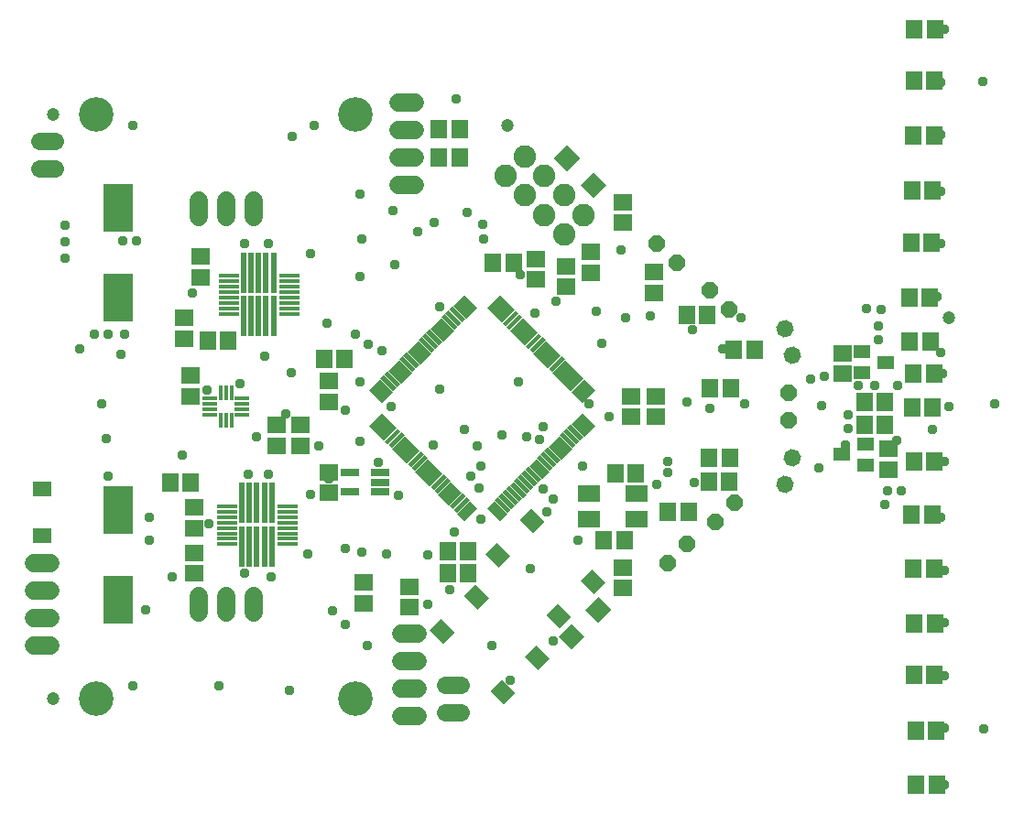
<source format=gbr>
G04 EAGLE Gerber RS-274X export*
G75*
%MOMM*%
%FSLAX34Y34*%
%LPD*%
%INSoldermask Top*%
%IPPOS*%
%AMOC8*
5,1,8,0,0,1.08239X$1,22.5*%
G01*
%ADD10R,1.703200X1.503200*%
%ADD11R,1.503200X1.703200*%
%ADD12P,1.649562X8X157.500000*%
%ADD13P,1.649562X8X247.500000*%
%ADD14P,1.649562X8X337.500000*%
%ADD15P,1.649562X8X67.500000*%
%ADD16C,1.625600*%
%ADD17R,1.703200X1.703200*%
%ADD18R,2.103200X1.603200*%
%ADD19R,1.603200X1.203200*%
%ADD20R,1.503200X1.803200*%
%ADD21R,1.803200X1.503200*%
%ADD22R,1.753200X1.503200*%
%ADD23R,0.457200X1.676400*%
%ADD24R,1.981200X0.457200*%
%ADD25R,0.508000X3.759200*%
%ADD26R,2.703200X4.503200*%
%ADD27C,1.727200*%
%ADD28C,3.203200*%
%ADD29C,1.711200*%
%ADD30P,1.649562X8X277.500000*%
%ADD31P,1.649562X8X127.500000*%
%ADD32P,1.649562X8X112.500000*%
%ADD33C,2.082800*%
%ADD34C,1.203200*%
%ADD35R,1.453200X0.453200*%
%ADD36R,0.453200X1.453200*%
%ADD37R,1.703200X0.703200*%
%ADD38R,1.673200X1.473200*%
%ADD39C,0.959600*%


D10*
X265110Y434304D03*
X265110Y453304D03*
D11*
X279822Y474152D03*
X260822Y474152D03*
X529808Y368488D03*
X548808Y368488D03*
X519516Y306644D03*
X538516Y306644D03*
D10*
X456842Y566626D03*
X456842Y547626D03*
D11*
X393868Y276032D03*
X374868Y276032D03*
D10*
X484444Y559730D03*
X484444Y540730D03*
X137480Y458638D03*
X137480Y439638D03*
X544256Y439588D03*
X544256Y420588D03*
X567624Y439588D03*
X567624Y420588D03*
D11*
X417032Y563184D03*
X436032Y563184D03*
X393868Y296352D03*
X374868Y296352D03*
D12*
X635080Y519670D03*
X617120Y537630D03*
D13*
X640330Y341180D03*
X622370Y323220D03*
D14*
X568570Y580480D03*
X586530Y562520D03*
D15*
X578070Y285170D03*
X596030Y303130D03*
D16*
X11684Y650428D02*
X-2540Y650428D01*
X-2540Y675828D02*
X11684Y675828D01*
D17*
G36*
X489604Y229163D02*
X501647Y217120D01*
X489604Y205077D01*
X477561Y217120D01*
X489604Y229163D01*
G37*
G36*
X514352Y253911D02*
X526395Y241868D01*
X514352Y229825D01*
X502309Y241868D01*
X514352Y253911D01*
G37*
G36*
X497217Y659792D02*
X485174Y647749D01*
X473131Y659792D01*
X485174Y671835D01*
X497217Y659792D01*
G37*
G36*
X521965Y635044D02*
X509922Y623001D01*
X497879Y635044D01*
X509922Y647087D01*
X521965Y635044D01*
G37*
D18*
X550000Y349632D03*
X506000Y349632D03*
X506000Y325632D03*
X550000Y325632D03*
D19*
X780046Y470982D03*
X758046Y461482D03*
X758046Y480482D03*
X739298Y385488D03*
X761298Y394988D03*
X761298Y375988D03*
D20*
X825458Y229152D03*
X806458Y229152D03*
X824614Y280200D03*
X805614Y280200D03*
X822862Y330346D03*
X803862Y330346D03*
D21*
X239202Y412664D03*
X239202Y393664D03*
X216850Y412664D03*
X216850Y393664D03*
X507304Y553684D03*
X507304Y572684D03*
D20*
X824764Y379448D03*
X805764Y379448D03*
X823210Y429000D03*
X804210Y429000D03*
X821218Y489844D03*
X802218Y489844D03*
X820510Y531050D03*
X801510Y531050D03*
X827060Y80104D03*
X808060Y80104D03*
X822516Y581350D03*
X803516Y581350D03*
X823464Y630052D03*
X804464Y630052D03*
X824414Y680352D03*
X805414Y680352D03*
X824762Y731500D03*
X805762Y731500D03*
X825364Y779100D03*
X806364Y779100D03*
X824508Y460784D03*
X805508Y460784D03*
X658658Y482412D03*
X639658Y482412D03*
D21*
X537168Y599884D03*
X537168Y618884D03*
X537022Y262092D03*
X537022Y281092D03*
D20*
X636504Y447118D03*
X617504Y447118D03*
D21*
X739836Y460212D03*
X739836Y479212D03*
X782508Y390566D03*
X782508Y371566D03*
D20*
X635140Y360674D03*
X616140Y360674D03*
X578698Y332552D03*
X597698Y332552D03*
X614780Y514820D03*
X595780Y514820D03*
D21*
X566052Y553972D03*
X566052Y534972D03*
D20*
X826512Y130250D03*
X807512Y130250D03*
X824962Y181996D03*
X805962Y181996D03*
D22*
G36*
X425315Y177364D02*
X437711Y164968D01*
X427081Y154338D01*
X414685Y166734D01*
X425315Y177364D01*
G37*
G36*
X369100Y233579D02*
X381496Y221183D01*
X370866Y210553D01*
X358470Y222949D01*
X369100Y233579D01*
G37*
G36*
X457134Y209183D02*
X469530Y196787D01*
X458900Y186157D01*
X446504Y198553D01*
X457134Y209183D01*
G37*
G36*
X400919Y265398D02*
X413315Y253002D01*
X402685Y242372D01*
X390289Y254768D01*
X400919Y265398D01*
G37*
D23*
G36*
X426598Y327521D02*
X423365Y324288D01*
X411512Y336141D01*
X414745Y339374D01*
X426598Y327521D01*
G37*
G36*
X430011Y330934D02*
X426778Y327701D01*
X414925Y339554D01*
X418158Y342787D01*
X430011Y330934D01*
G37*
G36*
X433603Y334526D02*
X430370Y331293D01*
X418517Y343146D01*
X421750Y346379D01*
X433603Y334526D01*
G37*
G36*
X437195Y338118D02*
X433962Y334885D01*
X422109Y346738D01*
X425342Y349971D01*
X437195Y338118D01*
G37*
G36*
X440787Y341710D02*
X437554Y338477D01*
X425701Y350330D01*
X428934Y353563D01*
X440787Y341710D01*
G37*
G36*
X444199Y345123D02*
X440966Y341890D01*
X429113Y353743D01*
X432346Y356976D01*
X444199Y345123D01*
G37*
G36*
X447792Y348715D02*
X444559Y345482D01*
X432706Y357335D01*
X435939Y360568D01*
X447792Y348715D01*
G37*
G36*
X451384Y352307D02*
X448151Y349074D01*
X436298Y360927D01*
X439531Y364160D01*
X451384Y352307D01*
G37*
G36*
X454796Y355719D02*
X451563Y352486D01*
X439710Y364339D01*
X442943Y367572D01*
X454796Y355719D01*
G37*
G36*
X458388Y359311D02*
X455155Y356078D01*
X443302Y367931D01*
X446535Y371164D01*
X458388Y359311D01*
G37*
G36*
X461980Y362903D02*
X458747Y359670D01*
X446894Y371523D01*
X450127Y374756D01*
X461980Y362903D01*
G37*
G36*
X465393Y366316D02*
X462160Y363083D01*
X450307Y374936D01*
X453540Y378169D01*
X465393Y366316D01*
G37*
G36*
X468985Y369908D02*
X465752Y366675D01*
X453899Y378528D01*
X457132Y381761D01*
X468985Y369908D01*
G37*
G36*
X472577Y373500D02*
X469344Y370267D01*
X457491Y382120D01*
X460724Y385353D01*
X472577Y373500D01*
G37*
G36*
X475990Y376913D02*
X472757Y373680D01*
X460904Y385533D01*
X464137Y388766D01*
X475990Y376913D01*
G37*
G36*
X479582Y380505D02*
X476349Y377272D01*
X464496Y389125D01*
X467729Y392358D01*
X479582Y380505D01*
G37*
G36*
X483174Y384097D02*
X479941Y380864D01*
X468088Y392717D01*
X471321Y395950D01*
X483174Y384097D01*
G37*
G36*
X486586Y387509D02*
X483353Y384276D01*
X471500Y396129D01*
X474733Y399362D01*
X486586Y387509D01*
G37*
G36*
X490178Y391101D02*
X486945Y387868D01*
X475092Y399721D01*
X478325Y402954D01*
X490178Y391101D01*
G37*
G36*
X493770Y394694D02*
X490537Y391461D01*
X478684Y403314D01*
X481917Y406547D01*
X493770Y394694D01*
G37*
G36*
X497183Y398106D02*
X493950Y394873D01*
X482097Y406726D01*
X485330Y409959D01*
X497183Y398106D01*
G37*
G36*
X500775Y401698D02*
X497542Y398465D01*
X485689Y410318D01*
X488922Y413551D01*
X500775Y401698D01*
G37*
G36*
X504367Y405290D02*
X501134Y402057D01*
X489281Y413910D01*
X492514Y417143D01*
X504367Y405290D01*
G37*
G36*
X507959Y408882D02*
X504726Y405649D01*
X492873Y417502D01*
X496106Y420735D01*
X507959Y408882D01*
G37*
G36*
X511372Y412295D02*
X508139Y409062D01*
X496286Y420915D01*
X499519Y424148D01*
X511372Y412295D01*
G37*
G36*
X499519Y433488D02*
X496286Y436721D01*
X508139Y448574D01*
X511372Y445341D01*
X499519Y433488D01*
G37*
G36*
X496106Y436901D02*
X492873Y440134D01*
X504726Y451987D01*
X507959Y448754D01*
X496106Y436901D01*
G37*
G36*
X492514Y440493D02*
X489281Y443726D01*
X501134Y455579D01*
X504367Y452346D01*
X492514Y440493D01*
G37*
G36*
X488922Y444085D02*
X485689Y447318D01*
X497542Y459171D01*
X500775Y455938D01*
X488922Y444085D01*
G37*
G36*
X485330Y447677D02*
X482097Y450910D01*
X493950Y462763D01*
X497183Y459530D01*
X485330Y447677D01*
G37*
G36*
X481917Y451089D02*
X478684Y454322D01*
X490537Y466175D01*
X493770Y462942D01*
X481917Y451089D01*
G37*
G36*
X478325Y454682D02*
X475092Y457915D01*
X486945Y469768D01*
X490178Y466535D01*
X478325Y454682D01*
G37*
G36*
X474733Y458274D02*
X471500Y461507D01*
X483353Y473360D01*
X486586Y470127D01*
X474733Y458274D01*
G37*
G36*
X471321Y461686D02*
X468088Y464919D01*
X479941Y476772D01*
X483174Y473539D01*
X471321Y461686D01*
G37*
G36*
X467729Y465278D02*
X464496Y468511D01*
X476349Y480364D01*
X479582Y477131D01*
X467729Y465278D01*
G37*
G36*
X464137Y468870D02*
X460904Y472103D01*
X472757Y483956D01*
X475990Y480723D01*
X464137Y468870D01*
G37*
G36*
X460724Y472283D02*
X457491Y475516D01*
X469344Y487369D01*
X472577Y484136D01*
X460724Y472283D01*
G37*
G36*
X457132Y475875D02*
X453899Y479108D01*
X465752Y490961D01*
X468985Y487728D01*
X457132Y475875D01*
G37*
G36*
X453540Y479467D02*
X450307Y482700D01*
X462160Y494553D01*
X465393Y491320D01*
X453540Y479467D01*
G37*
G36*
X450127Y482880D02*
X446894Y486113D01*
X458747Y497966D01*
X461980Y494733D01*
X450127Y482880D01*
G37*
G36*
X446535Y486472D02*
X443302Y489705D01*
X455155Y501558D01*
X458388Y498325D01*
X446535Y486472D01*
G37*
G36*
X442943Y490064D02*
X439710Y493297D01*
X451563Y505150D01*
X454796Y501917D01*
X442943Y490064D01*
G37*
G36*
X439531Y493476D02*
X436298Y496709D01*
X448151Y508562D01*
X451384Y505329D01*
X439531Y493476D01*
G37*
G36*
X435939Y497068D02*
X432706Y500301D01*
X444559Y512154D01*
X447792Y508921D01*
X435939Y497068D01*
G37*
G36*
X432346Y500660D02*
X429113Y503893D01*
X440966Y515746D01*
X444199Y512513D01*
X432346Y500660D01*
G37*
G36*
X428934Y504073D02*
X425701Y507306D01*
X437554Y519159D01*
X440787Y515926D01*
X428934Y504073D01*
G37*
G36*
X425342Y507665D02*
X422109Y510898D01*
X433962Y522751D01*
X437195Y519518D01*
X425342Y507665D01*
G37*
G36*
X421750Y511257D02*
X418517Y514490D01*
X430370Y526343D01*
X433603Y523110D01*
X421750Y511257D01*
G37*
G36*
X418158Y514849D02*
X414925Y518082D01*
X426778Y529935D01*
X430011Y526702D01*
X418158Y514849D01*
G37*
G36*
X414745Y518262D02*
X411512Y521495D01*
X423365Y533348D01*
X426598Y530115D01*
X414745Y518262D01*
G37*
G36*
X402172Y521495D02*
X398939Y518262D01*
X387086Y530115D01*
X390319Y533348D01*
X402172Y521495D01*
G37*
G36*
X398759Y518082D02*
X395526Y514849D01*
X383673Y526702D01*
X386906Y529935D01*
X398759Y518082D01*
G37*
G36*
X395167Y514490D02*
X391934Y511257D01*
X380081Y523110D01*
X383314Y526343D01*
X395167Y514490D01*
G37*
G36*
X391575Y510898D02*
X388342Y507665D01*
X376489Y519518D01*
X379722Y522751D01*
X391575Y510898D01*
G37*
G36*
X387983Y507306D02*
X384750Y504073D01*
X372897Y515926D01*
X376130Y519159D01*
X387983Y507306D01*
G37*
G36*
X384571Y503893D02*
X381338Y500660D01*
X369485Y512513D01*
X372718Y515746D01*
X384571Y503893D01*
G37*
G36*
X380978Y500301D02*
X377745Y497068D01*
X365892Y508921D01*
X369125Y512154D01*
X380978Y500301D01*
G37*
G36*
X377386Y496709D02*
X374153Y493476D01*
X362300Y505329D01*
X365533Y508562D01*
X377386Y496709D01*
G37*
G36*
X373974Y493297D02*
X370741Y490064D01*
X358888Y501917D01*
X362121Y505150D01*
X373974Y493297D01*
G37*
G36*
X370382Y489705D02*
X367149Y486472D01*
X355296Y498325D01*
X358529Y501558D01*
X370382Y489705D01*
G37*
G36*
X366790Y486113D02*
X363557Y482880D01*
X351704Y494733D01*
X354937Y497966D01*
X366790Y486113D01*
G37*
G36*
X363377Y482700D02*
X360144Y479467D01*
X348291Y491320D01*
X351524Y494553D01*
X363377Y482700D01*
G37*
G36*
X359785Y479108D02*
X356552Y475875D01*
X344699Y487728D01*
X347932Y490961D01*
X359785Y479108D01*
G37*
G36*
X356193Y475516D02*
X352960Y472283D01*
X341107Y484136D01*
X344340Y487369D01*
X356193Y475516D01*
G37*
G36*
X352780Y472103D02*
X349547Y468870D01*
X337694Y480723D01*
X340927Y483956D01*
X352780Y472103D01*
G37*
G36*
X349188Y468511D02*
X345955Y465278D01*
X334102Y477131D01*
X337335Y480364D01*
X349188Y468511D01*
G37*
G36*
X345596Y464919D02*
X342363Y461686D01*
X330510Y473539D01*
X333743Y476772D01*
X345596Y464919D01*
G37*
G36*
X342184Y461507D02*
X338951Y458274D01*
X327098Y470127D01*
X330331Y473360D01*
X342184Y461507D01*
G37*
G36*
X338592Y457915D02*
X335359Y454682D01*
X323506Y466535D01*
X326739Y469768D01*
X338592Y457915D01*
G37*
G36*
X335000Y454322D02*
X331767Y451089D01*
X319914Y462942D01*
X323147Y466175D01*
X335000Y454322D01*
G37*
G36*
X331587Y450910D02*
X328354Y447677D01*
X316501Y459530D01*
X319734Y462763D01*
X331587Y450910D01*
G37*
G36*
X327995Y447318D02*
X324762Y444085D01*
X312909Y455938D01*
X316142Y459171D01*
X327995Y447318D01*
G37*
G36*
X324403Y443726D02*
X321170Y440493D01*
X309317Y452346D01*
X312550Y455579D01*
X324403Y443726D01*
G37*
G36*
X320811Y440134D02*
X317578Y436901D01*
X305725Y448754D01*
X308958Y451987D01*
X320811Y440134D01*
G37*
G36*
X317398Y436721D02*
X314165Y433488D01*
X302312Y445341D01*
X305545Y448574D01*
X317398Y436721D01*
G37*
G36*
X305545Y409062D02*
X302312Y412295D01*
X314165Y424148D01*
X317398Y420915D01*
X305545Y409062D01*
G37*
G36*
X308958Y405649D02*
X305725Y408882D01*
X317578Y420735D01*
X320811Y417502D01*
X308958Y405649D01*
G37*
G36*
X312550Y402057D02*
X309317Y405290D01*
X321170Y417143D01*
X324403Y413910D01*
X312550Y402057D01*
G37*
G36*
X316142Y398465D02*
X312909Y401698D01*
X324762Y413551D01*
X327995Y410318D01*
X316142Y398465D01*
G37*
G36*
X319734Y394873D02*
X316501Y398106D01*
X328354Y409959D01*
X331587Y406726D01*
X319734Y394873D01*
G37*
G36*
X323147Y391461D02*
X319914Y394694D01*
X331767Y406547D01*
X335000Y403314D01*
X323147Y391461D01*
G37*
G36*
X326739Y387868D02*
X323506Y391101D01*
X335359Y402954D01*
X338592Y399721D01*
X326739Y387868D01*
G37*
G36*
X330331Y384276D02*
X327098Y387509D01*
X338951Y399362D01*
X342184Y396129D01*
X330331Y384276D01*
G37*
G36*
X333743Y380864D02*
X330510Y384097D01*
X342363Y395950D01*
X345596Y392717D01*
X333743Y380864D01*
G37*
G36*
X337335Y377272D02*
X334102Y380505D01*
X345955Y392358D01*
X349188Y389125D01*
X337335Y377272D01*
G37*
G36*
X340927Y373680D02*
X337694Y376913D01*
X349547Y388766D01*
X352780Y385533D01*
X340927Y373680D01*
G37*
G36*
X344340Y370267D02*
X341107Y373500D01*
X352960Y385353D01*
X356193Y382120D01*
X344340Y370267D01*
G37*
G36*
X347932Y366675D02*
X344699Y369908D01*
X356552Y381761D01*
X359785Y378528D01*
X347932Y366675D01*
G37*
G36*
X351524Y363083D02*
X348291Y366316D01*
X360144Y378169D01*
X363377Y374936D01*
X351524Y363083D01*
G37*
G36*
X354937Y359670D02*
X351704Y362903D01*
X363557Y374756D01*
X366790Y371523D01*
X354937Y359670D01*
G37*
G36*
X358529Y356078D02*
X355296Y359311D01*
X367149Y371164D01*
X370382Y367931D01*
X358529Y356078D01*
G37*
G36*
X362121Y352486D02*
X358888Y355719D01*
X370741Y367572D01*
X373974Y364339D01*
X362121Y352486D01*
G37*
G36*
X365533Y349074D02*
X362300Y352307D01*
X374153Y364160D01*
X377386Y360927D01*
X365533Y349074D01*
G37*
G36*
X369125Y345482D02*
X365892Y348715D01*
X377745Y360568D01*
X380978Y357335D01*
X369125Y345482D01*
G37*
G36*
X372718Y341890D02*
X369485Y345123D01*
X381338Y356976D01*
X384571Y353743D01*
X372718Y341890D01*
G37*
G36*
X376130Y338477D02*
X372897Y341710D01*
X384750Y353563D01*
X387983Y350330D01*
X376130Y338477D01*
G37*
G36*
X379722Y334885D02*
X376489Y338118D01*
X388342Y349971D01*
X391575Y346738D01*
X379722Y334885D01*
G37*
G36*
X383314Y331293D02*
X380081Y334526D01*
X391934Y346379D01*
X395167Y343146D01*
X383314Y331293D01*
G37*
G36*
X386906Y327701D02*
X383673Y330934D01*
X395526Y342787D01*
X398759Y339554D01*
X386906Y327701D01*
G37*
G36*
X390319Y324288D02*
X387086Y327521D01*
X398939Y339374D01*
X402172Y336141D01*
X390319Y324288D01*
G37*
D22*
G36*
X476831Y247676D02*
X489227Y235280D01*
X478597Y224650D01*
X466201Y237046D01*
X476831Y247676D01*
G37*
G36*
X420616Y303891D02*
X433012Y291495D01*
X422382Y280865D01*
X409986Y293261D01*
X420616Y303891D01*
G37*
G36*
X508650Y279495D02*
X521046Y267099D01*
X510416Y256469D01*
X498020Y268865D01*
X508650Y279495D01*
G37*
G36*
X452435Y335710D02*
X464831Y323314D01*
X454201Y312684D01*
X441805Y325080D01*
X452435Y335710D01*
G37*
D24*
X228666Y515712D03*
X228666Y520712D03*
X228666Y525712D03*
X228666Y530712D03*
X228666Y535712D03*
X228666Y540712D03*
X228666Y545712D03*
X228666Y550712D03*
D25*
X214086Y553792D03*
X207086Y553792D03*
X200086Y553792D03*
X193086Y553792D03*
X186086Y553792D03*
D24*
X172522Y550712D03*
X172522Y545712D03*
X172522Y540712D03*
X172522Y535712D03*
X172522Y530712D03*
X172522Y525712D03*
X172522Y520712D03*
X172522Y515712D03*
D25*
X186086Y513648D03*
X193086Y513648D03*
X200086Y513648D03*
X207086Y513648D03*
X214086Y513648D03*
D10*
X146492Y568620D03*
X146492Y549620D03*
D11*
X171994Y491048D03*
X152994Y491048D03*
D10*
X131252Y511724D03*
X131252Y492724D03*
D26*
X70800Y530828D03*
X70800Y613828D03*
D24*
X227142Y302606D03*
X227142Y307606D03*
X227142Y312606D03*
X227142Y317606D03*
X227142Y322606D03*
X227142Y327606D03*
X227142Y332606D03*
X227142Y337606D03*
D25*
X212562Y340686D03*
X205562Y340686D03*
X198562Y340686D03*
X191562Y340686D03*
X184562Y340686D03*
D24*
X170998Y337606D03*
X170998Y332606D03*
X170998Y327606D03*
X170998Y322606D03*
X170998Y317606D03*
X170998Y312606D03*
X170998Y307606D03*
X170998Y302606D03*
D25*
X184562Y300542D03*
X191562Y300542D03*
X198562Y300542D03*
X205562Y300542D03*
X212562Y300542D03*
D11*
X137450Y359476D03*
X118450Y359476D03*
D10*
X140396Y275554D03*
X140396Y294554D03*
X140650Y317718D03*
X140650Y336718D03*
D27*
X329372Y711012D02*
X344612Y711012D01*
X344612Y685612D02*
X329372Y685612D01*
X329372Y660212D02*
X344612Y660212D01*
X344612Y634812D02*
X329372Y634812D01*
D28*
X50000Y700000D03*
X290000Y700000D03*
D29*
X195400Y620540D02*
X195400Y605460D01*
X170000Y605460D02*
X170000Y620540D01*
X144600Y620540D02*
X144600Y605460D01*
D28*
X290000Y160000D03*
X50000Y160000D03*
D29*
X144600Y239460D02*
X144600Y254540D01*
X170000Y254540D02*
X170000Y239460D01*
X195400Y239460D02*
X195400Y254540D01*
D30*
X693287Y382267D03*
X686713Y357733D03*
D20*
X635596Y382332D03*
X616596Y382332D03*
D31*
X693287Y477733D03*
X686713Y502267D03*
D32*
X690000Y417300D03*
X690000Y442700D03*
D11*
X779308Y434152D03*
X760308Y434152D03*
X779308Y412816D03*
X760308Y412816D03*
D33*
X500421Y607199D03*
X482461Y589239D03*
X482461Y625160D03*
X464500Y607199D03*
X464500Y643121D03*
X446539Y625160D03*
X446539Y661081D03*
X428579Y643121D03*
D26*
X70104Y251108D03*
X70104Y334108D03*
D20*
X385876Y686512D03*
X366876Y686512D03*
X385876Y660072D03*
X366876Y660072D03*
D27*
X347620Y143852D02*
X332380Y143852D01*
X332380Y169252D02*
X347620Y169252D01*
X347620Y194652D02*
X332380Y194652D01*
X332380Y220052D02*
X347620Y220052D01*
D21*
X297288Y248108D03*
X297288Y267108D03*
X339960Y244340D03*
X339960Y263340D03*
D34*
X838664Y512296D03*
X10000Y160000D03*
X10000Y700000D03*
X430000Y690000D03*
D16*
X387112Y147300D02*
X372888Y147300D01*
X372888Y172700D02*
X387112Y172700D01*
D35*
X185000Y422500D03*
X185000Y427500D03*
X185000Y432500D03*
X185000Y437500D03*
D36*
X175000Y442500D03*
X170000Y442500D03*
X165000Y442500D03*
D35*
X155000Y437500D03*
X155000Y432500D03*
X155000Y427500D03*
X155000Y422500D03*
D36*
X165000Y417500D03*
X170000Y417500D03*
X175000Y417500D03*
D37*
X312500Y351000D03*
X312500Y360000D03*
X312500Y369000D03*
X284500Y369000D03*
X284500Y351000D03*
D10*
X265176Y369164D03*
X265176Y350164D03*
D27*
X7620Y208788D02*
X-7620Y208788D01*
X-7620Y234188D02*
X7620Y234188D01*
X7620Y259588D02*
X-7620Y259588D01*
X-7620Y284988D02*
X7620Y284988D01*
D38*
X0Y310732D03*
X0Y353732D03*
D39*
X154112Y321376D03*
X99248Y327472D03*
X74864Y583504D03*
X138872Y534736D03*
X245552Y293944D03*
X263840Y507304D03*
X99248Y306136D03*
X87056Y583504D03*
X754568Y449392D03*
X745424Y409768D03*
X745424Y421960D03*
X723580Y457520D03*
X769808Y449392D03*
X432816Y176784D03*
X472440Y213360D03*
X463335Y353607D03*
X499872Y374904D03*
X524256Y420624D03*
X381000Y313944D03*
X441960Y551688D03*
X505968Y432816D03*
X646176Y512064D03*
X300416Y208600D03*
X416240Y208600D03*
X495488Y306136D03*
X596072Y434152D03*
X318704Y293944D03*
X404048Y354904D03*
X425384Y403672D03*
X367472Y446344D03*
X440624Y452440D03*
X230312Y461584D03*
X294320Y549976D03*
X324800Y610936D03*
X367472Y522544D03*
X382712Y714568D03*
X84008Y690184D03*
X251648Y690184D03*
X248600Y571312D03*
X163256Y172024D03*
X84008Y172024D03*
X376616Y260416D03*
X568640Y357952D03*
X721040Y431104D03*
X562544Y513400D03*
X535112Y574360D03*
X294320Y626176D03*
X869912Y730288D03*
X870768Y131920D03*
X294320Y452440D03*
X248600Y348808D03*
X407096Y598744D03*
X60960Y365760D03*
X59624Y400624D03*
X35240Y482920D03*
X73152Y478536D03*
X129728Y385384D03*
X294320Y397576D03*
X361376Y394528D03*
X455864Y516448D03*
X790331Y398389D03*
X187640Y275656D03*
X212024Y272608D03*
X96200Y242128D03*
X120584Y272608D03*
X205928Y476824D03*
X21336Y566928D03*
X76200Y496824D03*
X60960Y496824D03*
X48768Y496824D03*
X21336Y582168D03*
X21336Y597408D03*
X54864Y432816D03*
X617408Y428056D03*
X603184Y359984D03*
X601660Y500700D03*
X629600Y482920D03*
X280416Y426720D03*
X390144Y408432D03*
X280416Y228600D03*
X198120Y402336D03*
X182880Y451104D03*
X152400Y445008D03*
X265176Y362712D03*
X225552Y423170D03*
X256032Y393192D03*
X313944Y481584D03*
X393192Y609600D03*
X301752Y487680D03*
X347472Y591312D03*
X356616Y246888D03*
X356616Y292608D03*
X396240Y365760D03*
X833816Y80584D03*
X778952Y339664D03*
X833816Y181168D03*
X782000Y351856D03*
X833816Y278704D03*
X794192Y351856D03*
X833816Y379288D03*
X717992Y373192D03*
X830768Y479872D03*
X772856Y492064D03*
X830768Y580456D03*
X772856Y504256D03*
X830768Y681040D03*
X775904Y519496D03*
X833816Y778576D03*
X762054Y520544D03*
X578800Y378780D03*
X517840Y488000D03*
X448056Y402336D03*
X405384Y326136D03*
X475488Y527304D03*
X833816Y132400D03*
X833816Y229936D03*
X830768Y327472D03*
X822960Y408432D03*
X827720Y531688D03*
X830768Y629224D03*
X830768Y729808D03*
X832104Y460248D03*
X742376Y394528D03*
X649920Y432120D03*
X466344Y332232D03*
X539496Y512064D03*
X578800Y368620D03*
X512064Y518160D03*
X791144Y449392D03*
X838200Y429768D03*
X880872Y432816D03*
X710880Y454980D03*
X472440Y344424D03*
X463296Y411480D03*
X187640Y580456D03*
X208976Y580456D03*
X190688Y367096D03*
X208976Y367096D03*
X460248Y399288D03*
X289560Y496824D03*
X362712Y600456D03*
X323088Y429768D03*
X408432Y585216D03*
X451104Y280416D03*
X268224Y240792D03*
X228600Y167640D03*
X326136Y560832D03*
X295656Y585216D03*
X231648Y679704D03*
X329184Y347472D03*
X310896Y377952D03*
X295656Y295656D03*
X405384Y374904D03*
X280416Y298704D03*
X402336Y393192D03*
M02*

</source>
